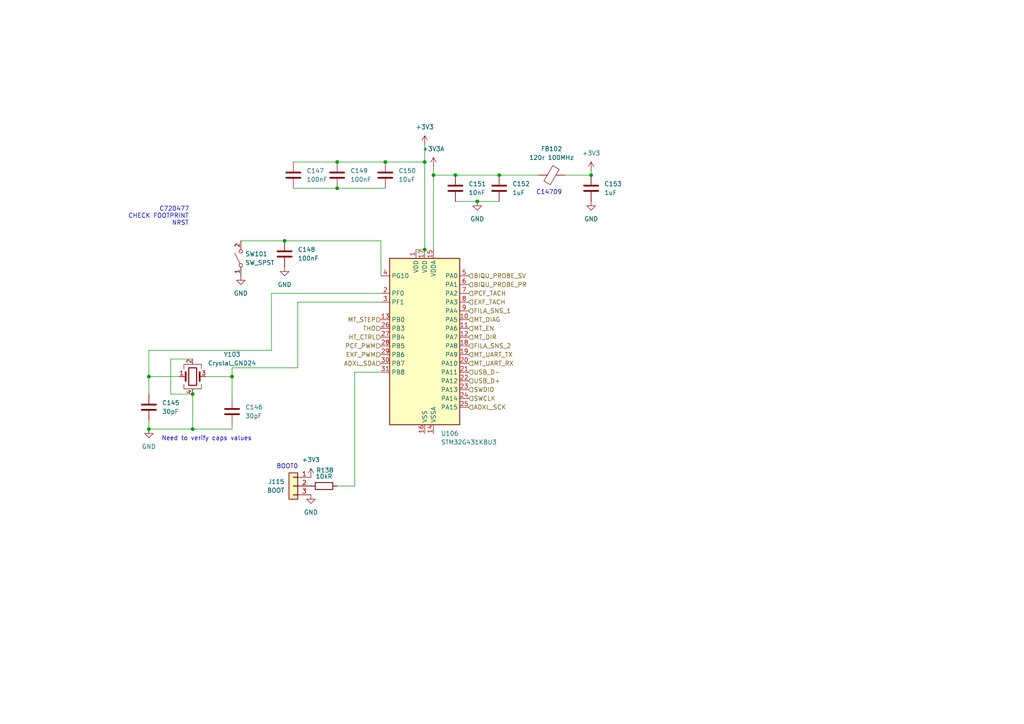
<source format=kicad_sch>
(kicad_sch (version 20250114) (generator "eeschema") (generator_version "9.0")
  (paper "A4")
  (lib_symbols
    (symbol "Connector_Generic:Conn_01x03" (pin_names (offset 1.016) (hide yes))
      (property "Reference" "J" (at 0 5.08 0))
      (property "Value" "Conn_01x03" (at 0 -5.08 0))
      (symbol "Conn_01x03_1_1"
        (rectangle (start -1.27 3.81) (end 1.27 -3.81) (stroke (width 0.254)) (fill (type background)))
        (rectangle (start -1.27 2.667) (end 0 2.413) (stroke (width 0.1524)))
        (rectangle (start -1.27 0.127) (end 0 -0.127) (stroke (width 0.1524)))
        (rectangle (start -1.27 -2.413) (end 0 -2.667) (stroke (width 0.1524)))
        (pin passive line (at -5.08 2.54 0) (length 3.81) (name "Pin_1") (number "1"))
        (pin passive line (at -5.08 0 0) (length 3.81) (name "Pin_2") (number "2"))
        (pin passive line (at -5.08 -2.54 0) (length 3.81) (name "Pin_3") (number "3"))
      )
    )
    (symbol "Device:C" (pin_numbers (hide yes)) (pin_names (offset 0.254))
      (property "Reference" "C" (at 0.635 2.54 0))
      (property "Value" "C" (at 0.635 -2.54 0))
      (symbol "C_0_1"
        (polyline (pts (xy -2.032 0.762) (xy 2.032 0.762)) (stroke (width 0.508)))
        (polyline (pts (xy -2.032 -0.762) (xy 2.032 -0.762)) (stroke (width 0.508)))
      )
      (symbol "C_1_1"
        (pin passive line (at 0 3.81 270) (length 2.794) (name "~") (number "1"))
        (pin passive line (at 0 -3.81 90) (length 2.794) (name "~") (number "2"))
      )
    )
    (symbol "Device:Crystal_GND24" (pin_names (offset 1.016) (hide yes))
      (property "Reference" "Y" (at 3.175 5.08 0))
      (property "Value" "Crystal_GND24" (at 3.175 3.175 0))
      (symbol "Crystal_GND24_0_1"
        (polyline (pts (xy -2.54 2.286) (xy -2.54 3.556) (xy 2.54 3.556) (xy 2.54 2.286)))
        (polyline (pts (xy -2.54 0) (xy -2.032 0)))
        (polyline (pts (xy -2.54 -2.286) (xy -2.54 -3.556) (xy 2.54 -3.556) (xy 2.54 -2.286)))
        (polyline (pts (xy -2.032 -1.27) (xy -2.032 1.27)) (stroke (width 0.508)))
        (rectangle (start -1.143 2.54) (end 1.143 -2.54) (stroke (width 0.3048)))
        (polyline (pts (xy 0 3.556) (xy 0 3.81)))
        (polyline (pts (xy 0 -3.81) (xy 0 -3.556)))
        (polyline (pts (xy 2.032 0) (xy 2.54 0)))
        (polyline (pts (xy 2.032 -1.27) (xy 2.032 1.27)) (stroke (width 0.508)))
      )
      (symbol "Crystal_GND24_1_1"
        (pin passive line (at -3.81 0 0) (length 1.27) (name "1") (number "1"))
        (pin passive line (at 0 5.08 270) (length 1.27) (name "2") (number "2"))
        (pin passive line (at 0 -5.08 90) (length 1.27) (name "4") (number "4"))
        (pin passive line (at 3.81 0 180) (length 1.27) (name "3") (number "3"))
      )
    )
    (symbol "Device:FerriteBead" (pin_numbers (hide yes)) (pin_names (offset 0))
      (property "Reference" "FB" (at -3.81 0.635 90))
      (property "Value" "FerriteBead" (at 3.81 0 90))
      (symbol "FerriteBead_0_1"
        (polyline (pts (xy -2.7686 0.4064) (xy -1.7018 2.2606) (xy 2.7686 -0.3048) (xy 1.6764 -2.159) (xy -2.7686 0.4064)))
        (polyline (pts (xy 0 1.27) (xy 0 1.2954)))
        (polyline (pts (xy 0 -1.27) (xy 0 -1.2192)))
      )
      (symbol "FerriteBead_1_1"
        (pin passive line (at 0 3.81 270) (length 2.54) (name "~") (number "1"))
        (pin passive line (at 0 -3.81 90) (length 2.54) (name "~") (number "2"))
      )
    )
    (symbol "Device:R" (pin_numbers (hide yes)) (pin_names (offset 0))
      (property "Reference" "R" (at 2.032 0 90))
      (property "Value" "R" (at 0 0 90))
      (symbol "R_0_1"
        (rectangle (start -1.016 -2.54) (end 1.016 2.54) (stroke (width 0.254)))
      )
      (symbol "R_1_1"
        (pin passive line (at 0 3.81 270) (length 1.27) (name "~") (number "1"))
        (pin passive line (at 0 -3.81 90) (length 1.27) (name "~") (number "2"))
      )
    )
    (symbol "MCU_ST_STM32G4:STM32G431KBUx"
      (property "Reference" "U" (at -10.16 26.67 0))
      (property "Value" "STM32G431KBUx" (at 5.08 26.67 0))
      (symbol "STM32G431KBUx_0_1"
        (rectangle (start -10.16 -22.86) (end 10.16 25.4) (stroke (width 0.254)) (fill (type background)))
      )
      (symbol "STM32G431KBUx_1_1"
        (pin bidirectional line (at -12.7 20.32 0) (length 2.54) (name "PG10") (number "4"))
        (pin bidirectional line (at -12.7 15.24 0) (length 2.54) (name "PF0") (number "2"))
        (pin bidirectional line (at -12.7 12.7 0) (length 2.54) (name "PF1") (number "3"))
        (pin bidirectional line (at -12.7 7.62 0) (length 2.54) (name "PB0") (number "13"))
        (pin bidirectional line (at -12.7 5.08 0) (length 2.54) (name "PB3") (number "26"))
        (pin bidirectional line (at -12.7 2.54 0) (length 2.54) (name "PB4") (number "27"))
        (pin bidirectional line (at -12.7 0 0) (length 2.54) (name "PB5") (number "28"))
        (pin bidirectional line (at -12.7 -2.54 0) (length 2.54) (name "PB6") (number "29"))
        (pin bidirectional line (at -12.7 -5.08 0) (length 2.54) (name "PB7") (number "30"))
        (pin bidirectional line (at -12.7 -7.62 0) (length 2.54) (name "PB8") (number "31"))
        (pin power_in line (at -2.54 27.94 270) (length 2.54) (name "VDD") (number "1"))
        (pin power_in line (at 0 27.94 270) (length 2.54) (name "VDD") (number "17"))
        (pin power_in line (at 0 -25.4 90) (length 2.54) (name "VSS") (number "16"))
        (pin passive line (at 0 -25.4 90) (length 2.54) (hide yes) (name "VSS") (number "32"))
        (pin passive line (at 0 -25.4 90) (length 2.54) (hide yes) (name "VSS") (number "33"))
        (pin power_in line (at 2.54 27.94 270) (length 2.54) (name "VDDA") (number "15"))
        (pin power_in line (at 2.54 -25.4 90) (length 2.54) (name "VSSA") (number "14"))
        (pin bidirectional line (at 12.7 20.32 180) (length 2.54) (name "PA0") (number "5"))
        (pin bidirectional line (at 12.7 17.78 180) (length 2.54) (name "PA1") (number "6"))
        (pin bidirectional line (at 12.7 15.24 180) (length 2.54) (name "PA2") (number "7"))
        (pin bidirectional line (at 12.7 12.7 180) (length 2.54) (name "PA3") (number "8"))
        (pin bidirectional line (at 12.7 10.16 180) (length 2.54) (name "PA4") (number "9"))
        (pin bidirectional line (at 12.7 7.62 180) (length 2.54) (name "PA5") (number "10"))
        (pin bidirectional line (at 12.7 5.08 180) (length 2.54) (name "PA6") (number "11"))
        (pin bidirectional line (at 12.7 2.54 180) (length 2.54) (name "PA7") (number "12"))
        (pin bidirectional line (at 12.7 0 180) (length 2.54) (name "PA8") (number "18"))
        (pin bidirectional line (at 12.7 -2.54 180) (length 2.54) (name "PA9") (number "19"))
        (pin bidirectional line (at 12.7 -5.08 180) (length 2.54) (name "PA10") (number "20"))
        (pin bidirectional line (at 12.7 -7.62 180) (length 2.54) (name "PA11") (number "21"))
        (pin bidirectional line (at 12.7 -10.16 180) (length 2.54) (name "PA12") (number "22"))
        (pin bidirectional line (at 12.7 -12.7 180) (length 2.54) (name "PA13") (number "23"))
        (pin bidirectional line (at 12.7 -15.24 180) (length 2.54) (name "PA14") (number "24"))
        (pin bidirectional line (at 12.7 -17.78 180) (length 2.54) (name "PA15") (number "25"))
      )
    )
    (symbol "Switch:SW_SPST" (pin_names (offset 0) (hide yes))
      (property "Reference" "SW" (at 0 3.175 0))
      (property "Value" "SW_SPST" (at 0 -2.54 0))
      (symbol "SW_SPST_0_0"
        (circle (center -2.032 0) (radius 0.508))
        (polyline (pts (xy -1.524 0.254) (xy 1.524 1.778)))
        (circle (center 2.032 0) (radius 0.508))
      )
      (symbol "SW_SPST_1_1"
        (pin passive line (at -5.08 0 0) (length 2.54) (name "A") (number "1"))
        (pin passive line (at 5.08 0 180) (length 2.54) (name "B") (number "2"))
      )
    )
    (symbol "power:+3V3" (power) (pin_numbers (hide yes)) (pin_names (offset 0) (hide yes))
      (property "Value" "+3V3" (at 0 3.556 0))
      (symbol "+3V3_0_1"
        (polyline (pts (xy -0.762 1.27) (xy 0 2.54)))
        (polyline (pts (xy 0 2.54) (xy 0.762 1.27)))
        (polyline (pts (xy 0 0) (xy 0 2.54)))
      )
      (symbol "+3V3_1_1"
        (pin power_in line (at 0 0 90) (length 0) (name "~") (number "1"))
      )
    )
    (symbol "power:GND" (power) (pin_numbers (hide yes)) (pin_names (offset 0) (hide yes))
      (property "Value" "GND" (at 0 -3.81 0))
      (symbol "GND_0_1"
        (polyline (pts (xy 0 0) (xy 0 -1.27) (xy 1.27 -1.27) (xy 0 -2.54) (xy -1.27 -1.27) (xy 0 -1.27)))
      )
      (symbol "GND_1_1"
        (pin power_in line (at 0 0 270) (length 0) (name "~") (number "1"))
      )
    )
  )
  (text "NRST" (at 52.324 64.77 0) (effects (font (size 1.27 1.27))))
  (text "BOOT0" (at 83.312 135.382 0) (effects (font (size 1.27 1.27))))
  (text "C14709" (at 159.258 55.88 0) (effects (font (size 1.27 1.27))))
  (text "CHECK FOOTPRINT" (at 45.974 62.738 0) (effects (font (size 1.27 1.27))))
  (text "C720477" (at 50.546 60.706 0) (effects (font (size 1.27 1.27))))
  (text "Need to verify caps values\n" (at 59.944 127.254 0) (effects (font (size 1.27 1.27))))
  (junction (at 132.08 50.8))
  (junction (at 111.76 46.99))
  (junction (at 82.55 69.85))
  (junction (at 144.78 50.8))
  (junction (at 43.18 124.46))
  (junction (at 97.79 46.99))
  (junction (at 67.31 109.22))
  (junction (at 123.19 72.39))
  (junction (at 138.43 58.42))
  (junction (at 43.18 109.22))
  (junction (at 125.73 50.8))
  (junction (at 55.88 114.3))
  (junction (at 55.88 124.46))
  (junction (at 97.79 54.61))
  (junction (at 171.45 50.8))
  (junction (at 123.19 46.99))
  (wire (pts (xy 86.36 87.63) (xy 110.49 87.63)))
  (wire (pts (xy 86.36 106.68) (xy 86.36 87.63)))
  (wire (pts (xy 82.55 69.85) (xy 110.49 69.85)))
  (wire (pts (xy 43.18 121.92) (xy 43.18 124.46)))
  (wire (pts (xy 120.65 72.39) (xy 123.19 72.39)))
  (wire (pts (xy 67.31 115.57) (xy 67.31 109.22)))
  (wire (pts (xy 78.74 101.6) (xy 43.18 101.6)))
  (wire (pts (xy 59.69 109.22) (xy 67.31 109.22)))
  (wire (pts (xy 132.08 50.8) (xy 144.78 50.8)))
  (wire (pts (xy 138.43 58.42) (xy 144.78 58.42)))
  (wire (pts (xy 55.88 104.14) (xy 49.53 104.14)))
  (wire (pts (xy 125.73 50.8) (xy 132.08 50.8)))
  (wire (pts (xy 123.19 46.99) (xy 123.19 72.39)))
  (wire (pts (xy 49.53 114.3) (xy 55.88 114.3)))
  (wire (pts (xy 43.18 101.6) (xy 43.18 109.22)))
  (wire (pts (xy 102.87 107.95) (xy 110.49 107.95)))
  (wire (pts (xy 102.87 107.95) (xy 102.87 140.97)))
  (wire (pts (xy 69.85 69.85) (xy 82.55 69.85)))
  (wire (pts (xy 97.79 54.61) (xy 111.76 54.61)))
  (wire (pts (xy 78.74 101.6) (xy 78.74 85.09)))
  (wire (pts (xy 78.74 85.09) (xy 110.49 85.09)))
  (wire (pts (xy 67.31 106.68) (xy 86.36 106.68)))
  (wire (pts (xy 132.08 58.42) (xy 138.43 58.42)))
  (wire (pts (xy 43.18 114.3) (xy 43.18 109.22)))
  (wire (pts (xy 55.88 124.46) (xy 67.31 124.46)))
  (wire (pts (xy 49.53 104.14) (xy 49.53 114.3)))
  (wire (pts (xy 125.73 50.8) (xy 125.73 72.39)))
  (wire (pts (xy 123.19 41.91) (xy 123.19 46.99)))
  (wire (pts (xy 43.18 109.22) (xy 52.07 109.22)))
  (wire (pts (xy 102.87 140.97) (xy 97.79 140.97)))
  (wire (pts (xy 43.18 124.46) (xy 55.88 124.46)))
  (wire (pts (xy 110.49 69.85) (xy 110.49 80.01)))
  (wire (pts (xy 67.31 124.46) (xy 67.31 123.19)))
  (wire (pts (xy 55.88 114.3) (xy 55.88 124.46)))
  (wire (pts (xy 111.76 46.99) (xy 123.19 46.99)))
  (wire (pts (xy 97.79 46.99) (xy 111.76 46.99)))
  (wire (pts (xy 163.83 50.8) (xy 171.45 50.8)))
  (wire (pts (xy 125.73 48.26) (xy 125.73 50.8)))
  (wire (pts (xy 85.09 46.99) (xy 97.79 46.99)))
  (wire (pts (xy 85.09 54.61) (xy 97.79 54.61)))
  (wire (pts (xy 171.45 49.53) (xy 171.45 50.8)))
  (wire (pts (xy 67.31 106.68) (xy 67.31 109.22)))
  (wire (pts (xy 144.78 50.8) (xy 156.21 50.8)))
  (hierarchical_label "EXF_TACH" (shape input) (at 135.89 87.63 0))
  (hierarchical_label "ADXL_SDA" (shape input) (at 110.49 105.41 180))
  (hierarchical_label "PCF_TACH" (shape input) (at 135.89 85.09 0))
  (hierarchical_label "MT_EN" (shape input) (at 135.89 95.25 0))
  (hierarchical_label "MT_UART_TX" (shape input) (at 135.89 102.87 0))
  (hierarchical_label "MT_DIR" (shape input) (at 135.89 97.79 0))
  (hierarchical_label "BIQU_PROBE_PR" (shape input) (at 135.89 82.55 0))
  (hierarchical_label "PCF_PWM" (shape input) (at 110.49 100.33 180))
  (hierarchical_label "HT_CTRL" (shape input) (at 110.49 97.79 180))
  (hierarchical_label "MT_STEP" (shape input) (at 110.49 92.71 180))
  (hierarchical_label "MT_UART_RX" (shape input) (at 135.89 105.41 0))
  (hierarchical_label "THO" (shape input) (at 110.49 95.25 180))
  (hierarchical_label "MT_DIAG" (shape input) (at 135.89 92.71 0))
  (hierarchical_label "SWDIO" (shape input) (at 135.89 113.03 0))
  (hierarchical_label "SWCLK" (shape input) (at 135.89 115.57 0))
  (hierarchical_label "USB_D+" (shape input) (at 135.89 110.49 0))
  (hierarchical_label "BIQU_PROBE_SV" (shape input) (at 135.89 80.01 0))
  (hierarchical_label "USB_D-" (shape input) (at 135.89 107.95 0))
  (hierarchical_label "EXF_PWM" (shape input) (at 110.49 102.87 180))
  (hierarchical_label "FILA_SNS_2" (shape input) (at 135.89 100.33 0))
  (hierarchical_label "FILA_SNS_1" (shape input) (at 135.89 90.17 0))
  (hierarchical_label "ADXL_SCK" (shape input) (at 135.89 118.11 0))
  (symbol (lib_id "Device:C") (at 111.76 50.8 0) (unit 1)
    (property "Reference" "C150" (at 115.57 49.5299 0) (effects (justify left)))
    (property "Value" "10uF" (at 115.57 52.0699 0) (effects (justify left)))
    (property "Footprint" "Capacitor_SMD:C_0603_1608Metric" (effects (hide yes)))
    (property "Description" "Unpolarized capacitor" (effects (hide yes)))
  )
  (symbol (lib_id "Device:C") (at 171.45 54.61 0) (unit 1)
    (property "Reference" "C153" (at 175.26 53.3399 0) (effects (justify left)))
    (property "Value" "1uF" (at 175.26 55.8799 0) (effects (justify left)))
    (property "Footprint" "Capacitor_SMD:C_0201_0603Metric" (effects (hide yes)))
    (property "Description" "Unpolarized capacitor" (effects (hide yes)))
  )
  (symbol (lib_id "power:+3V3") (at 171.45 49.53 0) (unit 1)
    (property "Reference" "#PWR0194" (effects (hide yes)))
    (property "Value" "+3V3" (at 171.45 44.45 0))
    (property "Description" "Power symbol creates a global label with name \"+3V3\"" (effects (hide yes)))
  )
  (symbol (lib_id "Device:C") (at 43.18 118.11 0) (unit 1)
    (property "Reference" "C145" (at 46.99 116.8399 0) (effects (justify left)))
    (property "Value" "30pF" (at 46.99 119.3799 0) (effects (justify left)))
    (property "Footprint" "Capacitor_SMD:C_0402_1005Metric" (effects (hide yes)))
    (property "Description" "Unpolarized capacitor" (effects (hide yes)))
  )
  (symbol (lib_id "Switch:SW_SPST") (at 69.85 74.93 90) (unit 1)
    (property "Reference" "SW101" (at 71.12 73.6599 90) (effects (justify right)))
    (property "Value" "SW_SPST" (at 71.12 76.1999 90) (effects (justify right)))
    (property "Footprint" "A1KLibrary:A Stupid Button" (effects (hide yes)))
    (property "Description" "Single Pole Single Throw (SPST) switch" (effects (hide yes)))
  )
  (symbol (lib_id "Device:C") (at 82.55 73.66 0) (unit 1)
    (property "Reference" "C148" (at 86.36 72.3899 0) (effects (justify left)))
    (property "Value" "100nF" (at 86.36 74.9299 0) (effects (justify left)))
    (property "Footprint" "Capacitor_SMD:C_0402_1005Metric" (effects (hide yes)))
    (property "Description" "Unpolarized capacitor" (effects (hide yes)))
  )
  (symbol (lib_id "Device:C") (at 85.09 50.8 0) (unit 1)
    (property "Reference" "C147" (at 88.9 49.5299 0) (effects (justify left)))
    (property "Value" "100nF" (at 88.9 52.0699 0) (effects (justify left)))
    (property "Footprint" "Capacitor_SMD:C_0402_1005Metric" (effects (hide yes)))
    (property "Description" "Unpolarized capacitor" (effects (hide yes)))
  )
  (symbol (lib_id "power:+3V3") (at 125.73 48.26 0) (unit 1)
    (property "Reference" "#PWR0192" (effects (hide yes)))
    (property "Value" "+3V3A" (at 125.73 43.18 0))
    (property "Description" "Power symbol creates a global label with name \"+3V3\"" (effects (hide yes)))
  )
  (symbol (lib_id "power:+3V3") (at 90.17 138.43 0) (unit 1)
    (property "Reference" "#PWR0189" (effects (hide yes)))
    (property "Value" "+3V3" (at 90.17 133.35 0))
    (property "Description" "Power symbol creates a global label with name \"+3V3\"" (effects (hide yes)))
  )
  (symbol (lib_id "Device:C") (at 132.08 54.61 0) (unit 1)
    (property "Reference" "C151" (at 135.89 53.34 0) (effects (justify left)))
    (property "Value" "10nF" (at 135.89 55.8799 0) (effects (justify left)))
    (property "Footprint" "Capacitor_SMD:C_0402_1005Metric" (effects (hide yes)))
    (property "Description" "Unpolarized capacitor" (effects (hide yes)))
  )
  (symbol (lib_id "power:GND") (at 43.18 124.46 0) (unit 1)
    (property "Reference" "#PWR0187" (effects (hide yes)))
    (property "Value" "GND" (at 43.18 129.54 0))
    (property "Description" "Power symbol creates a global label with name \"GND\" , ground" (effects (hide yes)))
  )
  (symbol (lib_id "power:GND") (at 90.17 143.51 0) (unit 1)
    (property "Reference" "#PWR0190" (effects (hide yes)))
    (property "Value" "GND" (at 90.17 148.59 0))
    (property "Description" "Power symbol creates a global label with name \"GND\" , ground" (effects (hide yes)))
  )
  (symbol (lib_id "power:GND") (at 69.85 80.01 0) (unit 1)
    (property "Reference" "#PWR0196" (effects (hide yes)))
    (property "Value" "GND" (at 69.85 85.09 0))
    (property "Description" "Power symbol creates a global label with name \"GND\" , ground" (effects (hide yes)))
  )
  (symbol (lib_id "Device:C") (at 97.79 50.8 0) (unit 1)
    (property "Reference" "C149" (at 101.6 49.5299 0) (effects (justify left)))
    (property "Value" "100nF" (at 101.6 52.0699 0) (effects (justify left)))
    (property "Footprint" "Capacitor_SMD:C_0402_1005Metric" (effects (hide yes)))
    (property "Description" "Unpolarized capacitor" (effects (hide yes)))
  )
  (symbol (lib_id "Device:R") (at 93.98 140.97 90) (unit 1)
    (property "Reference" "R138" (at 94.234 136.398 90))
    (property "Value" "10kR" (at 93.98 138.176 90))
    (property "Footprint" "Resistor_SMD:R_0402_1005Metric" (effects (hide yes)))
    (property "Description" "Resistor" (effects (hide yes)))
  )
  (symbol (lib_id "power:GND") (at 171.45 58.42 0) (unit 1)
    (property "Reference" "#PWR0195" (effects (hide yes)))
    (property "Value" "GND" (at 171.45 63.5 0))
    (property "Description" "Power symbol creates a global label with name \"GND\" , ground" (effects (hide yes)))
  )
  (symbol (lib_id "Device:FerriteBead") (at 160.02 50.8 90) (unit 1)
    (property "Reference" "FB102" (at 159.9692 43.18 90))
    (property "Value" "120r 100MHz" (at 159.9692 45.72 90))
    (property "Footprint" "Capacitor_SMD:C_0603_1608Metric" (effects (hide yes)))
    (property "Description" "Ferrite bead" (effects (hide yes)))
  )
  (symbol (lib_id "Device:Crystal_GND24") (at 55.88 109.22 0) (unit 1)
    (property "Reference" "Y103" (at 67.31 102.7998 0))
    (property "Value" "Crystal_GND24" (at 67.31 105.3398 0))
    (property "Footprint" "Crystal:Crystal_SMD_3225-4Pin_3.2x2.5mm" (effects (hide yes)))
    (property "Description" "Four pin crystal, GND on pins 2 and 4" (effects (hide yes)))
  )
  (symbol (lib_id "Connector_Generic:Conn_01x03") (at 85.09 140.97 0) (mirror y) (unit 1)
    (property "Reference" "J115" (at 82.55 139.6999 0) (effects (justify left)))
    (property "Value" "BOOT" (at 82.55 142.2399 0) (effects (justify left)))
    (property "Footprint" "Connector_PinHeader_2.54mm:PinHeader_1x03_P2.54mm_Vertical" (effects (hide yes)))
    (property "Description" "Generic connector, single row, 01x03, script generated (kicad-library-utils/schlib/autogen/connector/)" (effects (hide yes)))
  )
  (symbol (lib_id "power:+3V3") (at 123.19 41.91 0) (unit 1)
    (property "Reference" "#PWR0191" (effects (hide yes)))
    (property "Value" "+3V3" (at 123.19 36.83 0))
    (property "Description" "Power symbol creates a global label with name \"+3V3\"" (effects (hide yes)))
  )
  (symbol (lib_id "power:GND") (at 138.43 58.42 0) (unit 1)
    (property "Reference" "#PWR0193" (effects (hide yes)))
    (property "Value" "GND" (at 138.43 63.5 0))
    (property "Description" "Power symbol creates a global label with name \"GND\" , ground" (effects (hide yes)))
  )
  (symbol (lib_id "MCU_ST_STM32G4:STM32G431KBUx") (at 123.19 100.33 0) (unit 1)
    (property "Reference" "U106" (at 127.8733 125.73 0) (effects (justify left)))
    (property "Value" "STM32G431KBU3" (at 127.8733 128.27 0) (effects (justify left)))
    (property "Footprint" "Package_DFN_QFN:QFN-32-1EP_5x5mm_P0.5mm_EP3.45x3.45mm" (effects (hide yes)))
    (property "Datasheet" "https://www.st.com/resource/en/datasheet/stm32g431kb.pdf" (effects (hide yes)))
    (property "Description" "STMicroelectronics Arm Cortex-M4 MCU, 128KB flash, 32KB RAM, 170 MHz, 1.71-3.6V, 26 GPIO, UFQFPN32" (effects (hide yes)))
  )
  (symbol (lib_id "Device:C") (at 67.31 119.38 0) (unit 1)
    (property "Reference" "C146" (at 71.12 118.1099 0) (effects (justify left)))
    (property "Value" "30pF" (at 71.12 120.6499 0) (effects (justify left)))
    (property "Footprint" "Capacitor_SMD:C_0402_1005Metric" (effects (hide yes)))
    (property "Description" "Unpolarized capacitor" (effects (hide yes)))
  )
  (symbol (lib_id "power:GND") (at 82.55 77.47 0) (unit 1)
    (property "Reference" "#PWR0188" (effects (hide yes)))
    (property "Value" "GND" (at 82.55 82.55 0))
    (property "Description" "Power symbol creates a global label with name \"GND\" , ground" (effects (hide yes)))
  )
  (symbol (lib_id "Device:C") (at 144.78 54.61 0) (unit 1)
    (property "Reference" "C152" (at 148.59 53.3399 0) (effects (justify left)))
    (property "Value" "1uF" (at 148.59 55.8799 0) (effects (justify left)))
    (property "Footprint" "Capacitor_SMD:C_0201_0603Metric" (effects (hide yes)))
    (property "Description" "Unpolarized capacitor" (effects (hide yes)))
  )
)
</source>
